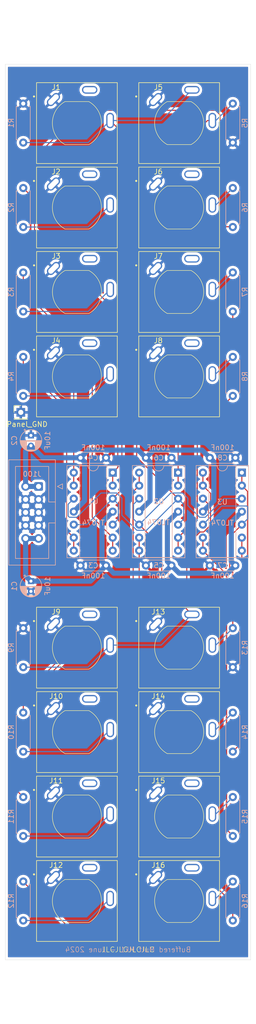
<source format=kicad_pcb>
(kicad_pcb (version 20240108) (generator "pcbnew") (generator_version "8.0")
  (title_block (title "Buffered Mult PCB") (date "2024-05-29") (rev "1") (company "DMH"))
  (layers (0 "F.Cu" signal) (31 "B.Cu" signal) (34 "B.Paste" user) (35 "F.Paste" user) (36 "B.SilkS" user "B.Silkscreen") (37 "F.SilkS" user "F.Silkscreen") (38 "B.Mask" user) (39 "F.Mask" user) (44 "Edge.Cuts" user))
  (net 0 "")
  (net 1 "+12V")
  (net 2 "GND")
  (net 3 "-12V")
  (net 4 "Net-(U1A-+)")
  (net 6 "Net-(J2-PadT)")
  (net 7 "Net-(J3-PadT)")
  (net 9 "Net-(J4-PadT)")
  (net 11 "Net-(U1D-+)")
  (net 12 "Net-(J6-PadT)")
  (net 14 "Net-(J7-PadT)")
  (net 17 "Net-(J8-PadT)")
  (net 18 "Net-(U2C-+)")
  (net 20 "Net-(J10-PadT)")
  (net 21 "Net-(J11-PadT)")
  (net 23 "Net-(J12-PadT)")
  (net 25 "Net-(U3B-+)")
  (net 27 "Net-(J14-PadT)")
  (net 29 "Net-(J15-PadT)")
  (net 30 "Net-(J16-PadT)")
  (net 32 "Net-(U1A--)")
  (net 33 "Net-(U1B--)")
  (net 34 "Net-(U1C--)")
  (net 35 "Net-(U1D--)")
  (net 36 "Net-(U2A--)")
  (net 37 "Net-(U2B--)")
  (net 38 "Net-(U2C--)")
  (net 39 "Net-(U2D--)")
  (net 40 "Net-(U3A--)")
  (net 41 "Net-(U3B--)")
  (net 42 "Net-(U3C--)")
  (net 43 "Net-(U3D--)")
  (footprint "SynthStuff:CUI_MJ-63052A" (layer "F.Cu") (at 40 184.5)
    (property "Reference" "J11" (at -4.075 -7 0) (layer "F.SilkS"))
    (property "Value" "TS_Jack_6.35mm_Sw")
    (pad "S" thru_hole oval (at -4.59619 -4.59619 315) (size 1.508 3.016) (drill oval 1 2.5) (layers "*.Cu" "*.Mask") (net 2 "GND"))
    (pad "T" thru_hole oval (at 6.5 -0.5) (size 1.508 3.016) (drill oval 1 2.5) (layers "*.Cu" "*.Mask") (net 21 "Net-(J11-PadT)"))
    (pad "TN" thru_hole oval (at 2.5 -6.5) (size 3.016 1.508) (drill oval 2.5 1) (layers "*.Cu" "*.Mask"))
  )
  (footprint "SynthStuff:CUI_MJ-63052A" (layer "F.Cu") (at 60 168)
    (property "Reference" "J14" (at -4.075 -7 0) (layer "F.SilkS"))
    (property "Value" "TS_Jack_6.35mm_Sw")
    (pad "S" thru_hole oval (at -4.59619 -4.59619 315) (size 1.508 3.016) (drill oval 1 2.5) (layers "*.Cu" "*.Mask") (net 2 "GND"))
    (pad "T" thru_hole oval (at 6.5 -0.5) (size 1.508 3.016) (drill oval 1 2.5) (layers "*.Cu" "*.Mask") (net 27 "Net-(J14-PadT)"))
    (pad "TN" thru_hole oval (at 2.5 -6.5) (size 3.016 1.508) (drill oval 2.5 1) (layers "*.Cu" "*.Mask"))
  )
  (footprint "SynthStuff:CUI_MJ-63052A" (layer "F.Cu") (at 60 82)
    (property "Reference" "J7" (at -4.075 -7 0) (layer "F.SilkS"))
    (property "Value" "TS_Jack_6.35mm_Sw")
    (pad "S" thru_hole oval (at -4.59619 -4.59619 315) (size 1.508 3.016) (drill oval 1 2.5) (layers "*.Cu" "*.Mask") (net 2 "GND"))
    (pad "T" thru_hole oval (at 6.5 -0.5) (size 1.508 3.016) (drill oval 1 2.5) (layers "*.Cu" "*.Mask") (net 14 "Net-(J7-PadT)"))
    (pad "TN" thru_hole oval (at 2.5 -6.5) (size 3.016 1.508) (drill oval 2.5 1) (layers "*.Cu" "*.Mask"))
  )
  (footprint "SynthStuff:CUI_MJ-63052A" (layer "F.Cu") (at 60 98.5)
    (property "Reference" "J8" (at -4.075 -7 0) (layer "F.SilkS"))
    (property "Value" "TS_Jack_6.35mm_Sw")
    (pad "S" thru_hole oval (at -4.59619 -4.59619 315) (size 1.508 3.016) (drill oval 1 2.5) (layers "*.Cu" "*.Mask") (net 2 "GND"))
    (pad "T" thru_hole oval (at 6.5 -0.5) (size 1.508 3.016) (drill oval 1 2.5) (layers "*.Cu" "*.Mask") (net 17 "Net-(J8-PadT)"))
    (pad "TN" thru_hole oval (at 2.5 -6.5) (size 3.016 1.508) (drill oval 2.5 1) (layers "*.Cu" "*.Mask"))
  )
  (footprint "SynthStuff:CUI_MJ-63052A" (layer "F.Cu") (at 60 184.5)
    (property "Reference" "J15" (at -4.075 -7 0) (layer "F.SilkS"))
    (property "Value" "TS_Jack_6.35mm_Sw")
    (pad "S" thru_hole oval (at -4.59619 -4.59619 315) (size 1.508 3.016) (drill oval 1 2.5) (layers "*.Cu" "*.Mask") (net 2 "GND"))
    (pad "T" thru_hole oval (at 6.5 -0.5) (size 1.508 3.016) (drill oval 1 2.5) (layers "*.Cu" "*.Mask") (net 29 "Net-(J15-PadT)"))
    (pad "TN" thru_hole oval (at 2.5 -6.5) (size 3.016 1.508) (drill oval 2.5 1) (layers "*.Cu" "*.Mask"))
  )
  (footprint "SynthStuff:CUI_MJ-63052A" (layer "F.Cu") (at 60 49)
    (property "Reference" "J5" (at -4.075 -7 0) (layer "F.SilkS"))
    (property "Value" "TS_Jack_6.35mm_Sw")
    (pad "S" thru_hole oval (at -4.59619 -4.59619 315) (size 1.508 3.016) (drill oval 1 2.5) (layers "*.Cu" "*.Mask") (net 2 "GND"))
    (pad "T" thru_hole oval (at 6.5 -0.5) (size 1.508 3.016) (drill oval 1 2.5) (layers "*.Cu" "*.Mask") (net 11 "Net-(U1D-+)"))
    (pad "TN" thru_hole oval (at 2.5 -6.5) (size 3.016 1.508) (drill oval 2.5 1) (layers "*.Cu" "*.Mask") (net 4 "Net-(U1A-+)"))
  )
  (footprint "SynthStuff:CUI_MJ-63052A" (layer "F.Cu") (at 60 65.5)
    (property "Reference" "J6" (at -4.075 -7 0) (layer "F.SilkS"))
    (property "Value" "TS_Jack_6.35mm_Sw")
    (pad "S" thru_hole oval (at -4.59619 -4.59619 315) (size 1.508 3.016) (drill oval 1 2.5) (layers "*.Cu" "*.Mask") (net 2 "GND"))
    (pad "T" thru_hole oval (at 6.5 -0.5) (size 1.508 3.016) (drill oval 1 2.5) (layers "*.Cu" "*.Mask") (net 12 "Net-(J6-PadT)"))
    (pad "TN" thru_hole oval (at 2.5 -6.5) (size 3.016 1.508) (drill oval 2.5 1) (layers "*.Cu" "*.Mask"))
  )
  (footprint "SynthStuff:CUI_MJ-63052A" (layer "F.Cu") (at 40 65.5)
    (property "Reference" "J2" (at -4.075 -7 0) (layer "F.SilkS"))
    (property "Value" "TS_Jack_6.35mm_Sw")
    (pad "S" thru_hole oval (at -4.59619 -4.59619 315) (size 1.508 3.016) (drill oval 1 2.5) (layers "*.Cu" "*.Mask") (net 2 "GND"))
    (pad "T" thru_hole oval (at 6.5 -0.5) (size 1.508 3.016) (drill oval 1 2.5) (layers "*.Cu" "*.Mask") (net 6 "Net-(J2-PadT)"))
    (pad "TN" thru_hole oval (at 2.5 -6.5) (size 3.016 1.508) (drill oval 2.5 1) (layers "*.Cu" "*.Mask"))
  )
  (footprint "SynthStuff:CUI_MJ-63052A" (layer "F.Cu") (at 40 98.5)
    (property "Reference" "J4" (at -4.075 -7 0) (layer "F.SilkS"))
    (property "Value" "TS_Jack_6.35mm_Sw")
    (pad "S" thru_hole oval (at -4.59619 -4.59619 315) (size 1.508 3.016) (drill oval 1 2.5) (layers "*.Cu" "*.Mask") (net 2 "GND"))
    (pad "T" thru_hole oval (at 6.5 -0.5) (size 1.508 3.016) (drill oval 1 2.5) (layers "*.Cu" "*.Mask") (net 9 "Net-(J4-PadT)"))
    (pad "TN" thru_hole oval (at 2.5 -6.5) (size 3.016 1.508) (drill oval 2.5 1) (layers "*.Cu" "*.Mask"))
  )
  (footprint "SynthStuff:CUI_MJ-63052A" (layer "F.Cu") (at 40.0125 82)
    (property "Reference" "J3" (at -4.075 -7 0) (layer "F.SilkS"))
    (property "Value" "TS_Jack_6.35mm_Sw")
    (pad "S" thru_hole oval (at -4.59619 -4.59619 315) (size 1.508 3.016) (drill oval 1 2.5) (layers "*.Cu" "*.Mask") (net 2 "GND"))
    (pad "T" thru_hole oval (at 6.5 -0.5) (size 1.508 3.016) (drill oval 1 2.5) (layers "*.Cu" "*.Mask") (net 7 "Net-(J3-PadT)"))
    (pad "TN" thru_hole oval (at 2.5 -6.5) (size 3.016 1.508) (drill oval 2.5 1) (layers "*.Cu" "*.Mask"))
  )
  (footprint "SynthStuff:CUI_MJ-63052A" (layer "F.Cu") (at 60 151.5)
    (property "Reference" "J13" (at -4.075 -7 0) (layer "F.SilkS"))
    (property "Value" "TS_Jack_6.35mm_Sw")
    (pad "S" thru_hole oval (at -4.59619 -4.59619 315) (size 1.508 3.016) (drill oval 1 2.5) (layers "*.Cu" "*.Mask") (net 2 "GND"))
    (pad "T" thru_hole oval (at 6.5 -0.5) (size 1.508 3.016) (drill oval 1 2.5) (layers "*.Cu" "*.Mask") (net 25 "Net-(U3B-+)"))
    (pad "TN" thru_hole oval (at 2.5 -6.5) (size 3.016 1.508) (drill oval 2.5 1) (layers "*.Cu" "*.Mask") (net 18 "Net-(U2C-+)"))
  )
  (footprint "Connector_PinHeader_2.54mm:PinHeader_1x01_P2.54mm_Vertical" (layer "F.Cu") (at 29.022826 105.522826)
    (property "Reference" "J17" (hide yes))
    (property "Value" "Panel_GND" (at 1.227174 2.33 0) (layer "F.SilkS"))
    (pad "1" thru_hole rect (at 0 0) (size 1.7 1.7) (drill 1) (layers "*.Cu" "*.Mask") (net 2 "GND"))
  )
  (footprint "SynthStuff:CUI_MJ-63052A" (layer "F.Cu") (at 60 201)
    (property "Reference" "J16" (at -4.075 -7 0) (layer "F.SilkS"))
    (property "Value" "TS_Jack_6.35mm_Sw")
    (pad "S" thru_hole oval (at -4.59619 -4.59619 315) (size 1.508 3.016) (drill oval 1 2.5) (layers "*.Cu" "*.Mask") (net 2 "GND"))
    (pad "T" thru_hole oval (at 6.5 -0.5) (size 1.508 3.016) (drill oval 1 2.5) (layers "*.Cu" "*.Mask") (net 30 "Net-(J16-PadT)"))
    (pad "TN" thru_hole oval (at 2.5 -6.5) (size 3.016 1.508) (drill oval 2.5 1) (layers "*.Cu" "*.Mask"))
  )
  (footprint "SynthStuff:CUI_MJ-63052A" (layer "F.Cu") (at 40.0125 168)
    (property "Reference" "J10" (at -4.075 -7 0) (layer "F.SilkS"))
    (property "Value" "TS_Jack_6.35mm_Sw")
    (pad "S" thru_hole oval (at -4.59619 -4.59619 315) (size 1.508 3.016) (drill oval 1 2.5) (layers "*.Cu" "*.Mask") (net 2 "GND"))
    (pad "T" thru_hole oval (at 6.5 -0.5) (size 1.508 3.016) (drill oval 1 2.5) (layers "*.Cu" "*.Mask") (net 20 "Net-(J10-PadT)"))
    (pad "TN" thru_hole oval (at 2.5 -6.5) (size 3.016 1.508) (drill oval 2.5 1) (layers "*.Cu" "*.Mask"))
  )
  (footprint "SynthStuff:CUI_MJ-63052A" (layer "F.Cu") (at 40 151.5)
    (property "Reference" "J9" (at -4.075 -7 0) (layer "F.SilkS"))
    (property "Value" "TS_Jack_6.35mm_Sw")
    (pad "S" thru_hole oval (at -4.59619 -4.59619 315) (size 1.508 3.016) (drill oval 1 2.5) (layers "*.Cu" "*.Mask") (net 2 "GND"))
    (pad "T" thru_hole oval (at 6.5 -0.5) (size 1.508 3.016) (drill oval 1 2.5) (layers "*.Cu" "*.Mask") (net 18 "Net-(U2C-+)"))
    (pad "TN" thru_hole oval (at 2.5 -6.5) (size 3.016 1.508) (drill oval 2.5 1) (layers "*.Cu" "*.Mask"))
  )
  (footprint "SynthStuff:CUI_MJ-63052A" (layer "F.Cu") (at 40 201)
    (property "Reference" "J12" (at -4.075 -7 0) (layer "F.SilkS"))
    (property "Value" "TS_Jack_6.35mm_Sw")
    (pad "S" thru_hole oval (at -4.59619 -4.59619 315) (size 1.508 3.016) (drill oval 1 2.5) (layers "*.Cu" "*.Mask") (net 2 "GND"))
    (pad "T" thru_hole oval (at 6.5 -0.5) (size 1.508 3.016) (drill oval 1 2.5) (layers "*.Cu" "*.Mask") (net 23 "Net-(J12-PadT)"))
    (pad "TN" thru_hole oval (at 2.5 -6.5) (size 3.016 1.508) (drill oval 2.5 1) (layers "*.Cu" "*.Mask"))
  )
  (footprint "SynthStuff:CUI_MJ-63052A" (layer "F.Cu") (at 40 49)
    (property "Reference" "J1" (at -4.075 -7 0) (layer "F.SilkS"))
    (property "Value" "TS_Jack_6.35mm_Sw")
    (pad "S" thru_hole oval (at -4.59619 -4.59619 315) (size 1.508 3.016) (drill oval 1 2.5) (layers "*.Cu" "*.Mask") (net 2 "GND"))
    (pad "T" thru_hole oval (at 6.5 -0.5) (size 1.508 3.016) (drill oval 1 2.5) (layers "*.Cu" "*.Mask") (net 4 "Net-(U1A-+)"))
    (pad "TN" thru_hole oval (at 2.5 -6.5) (size 3.016 1.508) (drill oval 2.5 1) (layers "*.Cu" "*.Mask"))
  )
  (footprint "Resistor_THT:R_Axial_DIN0207_L6.3mm_D2.5mm_P7.62mm_Horizontal" (layer "B.Cu") (at 29.5 164.19 -90)
    (property "Reference" "R10" (at 3.81 2.37 -90) (layer "B.SilkS") (effects (justify mirror)))
    (property "Value" "100")
    (pad "1" thru_hole circle (at 0 0 270) (size 1.6 1.6) (drill 0.8) (layers "*.Cu" "*.Mask") (net 38 "Net-(U2C--)"))
    (pad "2" thru_hole oval (at 7.62 0 270) (size 1.6 1.6) (drill 0.8) (layers "*.Cu" "*.Mask") (net 20 "Net-(J10-PadT)"))
  )
  (footprint "Resistor_THT:R_Axial_DIN0207_L6.3mm_D2.5mm_P7.62mm_Horizontal" (layer "B.Cu") (at 29.5 61.69 -90)
    (property "Reference" "R2" (at 3.81 2.37 -90) (layer "B.SilkS") (effects (justify mirror)))
    (property "Value" "100")
    (pad "1" thru_hole circle (at 0 0 270) (size 1.6 1.6) (drill 0.8) (layers "*.Cu" "*.Mask") (net 32 "Net-(U1A--)"))
    (pad "2" thru_hole oval (at 7.62 0 270) (size 1.6 1.6) (drill 0.8) (layers "*.Cu" "*.Mask") (net 6 "Net-(J2-PadT)"))
  )
  (footprint "Capacitor_THT:C_Disc_D4.3mm_W1.9mm_P5.00mm" (layer "B.Cu") (at 58.5 135.45 180)
    (property "Reference" "C5" (at 2.5 0 180) (layer "B.SilkS") (effects (justify mirror)))
    (property "Value" "100nF" (at 2.5 -2 180) (layer "B.SilkS") (effects (justify mirror)))
    (pad "1" thru_hole circle (at 0 0 180) (size 1.6 1.6) (drill 0.8) (layers "*.Cu" "*.Mask") (net 1 "+12V"))
    (pad "2" thru_hole circle (at 5 0 180) (size 1.6 1.6) (drill 0.8) (layers "*.Cu" "*.Mask") (net 2 "GND"))
  )
  (footprint "SynthStuff:IDC-Header_2x05_P2.54mm_Vertical_Eurorack" (layer "B.Cu") (at 32.5 120 180)
    (property "Reference" "J100" (at 1.27 2.42 180) (layer "B.SilkS") (effects (justify mirror)))
    (property "Value" "IDC_02x05" (hide yes))
    (pad "1a" thru_hole roundrect (at 0 0 180) (size 1.7 1.7) (drill 1) (layers "*.Cu" "*.Mask") (roundrect_rratio 0.147059) (net 3 "-12V"))
    (pad "1b" thru_hole circle (at 2.54 0 180) (size 1.7 1.7) (drill 1) (layers "*.Cu" "*.Mask") (net 3 "-12V"))
    (pad "2a" thru_hole circle (at 0 -2.54 180) (size 1.7 1.7) (drill 1) (layers "*.Cu" "*.Mask") (net 2 "GND"))
    (pad "2b" thru_hole circle (at 2.54 -2.54 180) (size 1.7 1.7) (drill 1) (layers "*.Cu" "*.Mask") (net 2 "GND"))
    (pad "3a" thru_hole circle (at 0 -5.08 180) (size 1.7 1.7) (drill 1) (layers "*.Cu" "*.Mask") (net 2 "GND"))
    (pad "3b" thru_hole circle (at 2.54 -5.08 180) (size 1.7 1.7) (drill 1) (layers "*.Cu" "*.Mask") (net 2 "GND"))
    (pad "4a" thru_hole circle (at 0 -7.62 180) (size 1.7 1.7) (drill 1) (layers "*.Cu" "*.Mask") (net 2 "GND"))
    (pad "4b" thru_hole circle (at 2.54 -7.62 180) (size 1.7 1.7) (drill 1) (layers "*.Cu" "*.Mask") (net 2 "GND"))
    (pad "5a" thru_hole circle (at 0 -10.16 180) (size 1.7 1.7) (drill 1) (layers "*.Cu" "*.Mask") (net 1 "+12V"))
    (pad "5b" thru_hole circle (at 2.54 -10.16 180) (size 1.7 1.7) (drill 1) (layers "*.Cu" "*.Mask") (net 1 "+12V"))
  )
  (footprint "Resistor_THT:R_Axial_DIN0207_L6.3mm_D2.5mm_P7.62mm_Horizontal" (layer "B.Cu") (at 70.5 155.31 90)
    (property "Reference" "R13" (at 3.81 2.37 90) (layer "B.SilkS") (effects (justify mirror)))
    (property "Value" "10M")
    (pad "1" thru_hole circle (at 0 0 90) (size 1.6 1.6) (drill 0.8) (layers "*.Cu" "*.Mask") (net 2 "GND"))
    (pad "2" thru_hole oval (at 7.62 0 90) (size 1.6 1.6) (drill 0.8) (layers "*.Cu" "*.Mask") (net 25 "Net-(U3B-+)"))
  )
  (footprint "Resistor_THT:R_Axial_DIN0207_L6.3mm_D2.5mm_P7.62mm_Horizontal" (layer "B.Cu") (at 70.5 85.81 90)
    (property "Reference" "R7" (at 3.81 2.37 90) (layer "B.SilkS") (effects (justify mirror)))
    (property "Value" "100")
    (pad "1" thru_hole circle (at 0 0 90) (size 1.6 1.6) (drill 0.8) (layers "*.Cu" "*.Mask") (net 36 "Net-(U2A--)"))
    (pad "2" thru_hole oval (at 7.62 0 90) (size 1.6 1.6) (drill 0.8) (layers "*.Cu" "*.Mask") (net 14 "Net-(J7-PadT)"))
  )
  (footprint "Resistor_THT:R_Axial_DIN0207_L6.3mm_D2.5mm_P7.62mm_Horizontal" (layer "B.Cu") (at 70.5 171.81 90)
    (property "Reference" "R14" (at 3.81 2.37 90) (layer "B.SilkS") (effects (justify mirror)))
    (property "Value" "100")
    (pad "1" thru_hole circle (at 0 0 90) (size 1.6 1.6) (drill 0.8) (layers "*.Cu" "*.Mask") (net 41 "Net-(U3B--)"))
    (pad "2" thru_hole oval (at 7.62 0 90) (size 1.6 1.6) (drill 0.8) (layers "*.Cu" "*.Mask") (net 27 "Net-(J14-PadT)"))
  )
  (footprint "Package_DIP:DIP-14_W7.62mm_Socket" (layer "B.Cu") (at 59.8 117.3 180)
    (property "Reference" "U2" (at 3.75 -5.625 180) (layer "B.SilkS") (effects (justify mirror)))
    (property "Value" "TL074" (at 3.85 -9.725 180) (layer "B.SilkS") (effects (justify mirror)))
    (pad "1" thru_hole rect (at 0 0 180) (size 1.6 1.6) (drill 0.8) (layers "*.Cu" "*.Mask") (net 36 "Net-(U2A--)"))
    (pad "2" thru_hole oval (at 0 -2.54 180) (size 1.6 1.6) (drill 0.8) (layers "*.Cu" "*.Mask") (net 36 "Net-(U2A--)"))
    (pad "3" thru_hole oval (at 0 -5.08 180) (size 1.6 1.6) (drill 0.8) (layers "*.Cu" "*.Mask") (net 11 "Net-(U1D-+)"))
    (pad "4" thru_hole oval (at 0 -7.62 180) (size 1.6 1.6) (drill 0.8) (layers "*.Cu" "*.Mask") (net 1 "+12V"))
    (pad "5" thru_hole oval (at 0 -10.16 180) (size 1.6 1.6) (drill 0.8) (layers "*.Cu" "*.Mask") (net 11 "Net-(U1D-+)"))
    (pad "6" thru_hole oval (at 0 -12.7 180) (size 1.6 1.6) (drill 0.8) (layers "*.Cu" "*.Mask") (net 37 "Net-(U2B--)"))
    (pad "7" thru_hole oval (at 0 -15.24 180) (size 1.6 1.6) (drill 0.8) (layers "*.Cu" "*.Mask") (net 37 "Net-(U2B--)"))
    (pad "8" thru_hole oval (at 7.62 -15.24 180) (size 1.6 1.6) (drill 0.8) (layers "*.Cu" "*.Mask") (net 38 "Net-(U2C--)"))
    (pad "9" thru_hole oval (at 7.62 -12.7 180) (size 1.6 1.6) (drill 0.8) (layers "*.Cu" "*.Mask") (net 38 "Net-(U2C--)"))
    (pad "10" thru_hole oval (at 7.62 -10.16 180) (size 1.6 1.6) (drill 0.8) (layers "*.Cu" "*.Mask") (net 18 "Net-(U2C-+)"))
    (pad "11" thru_hole oval (at 7.62 -7.62 180) (size 1.6 1.6) (drill 0.8) (layers "*.Cu" "*.Mask") (net 3 "-12V"))
    (pad "12" thru_hole oval (at 7.62 -5.08 180) (size 1.6 1.6) (drill 0.8) (layers "*.Cu" "*.Mask") (net 18 "Net-(U2C-+)"))
    (pad "13" thru_hole oval (at 7.62 -2.54 180) (size 1.6 1.6) (drill 0.8) (layers "*.Cu" "*.Mask") (net 39 "Net-(U2D--)"))
    (pad "14" thru_hole oval (at 7.62 0 180) (size 1.6 1.6) (drill 0.8) (layers "*.Cu" "*.Mask") (net 39 "Net-(U2D--)"))
  )
  (footprint "Resistor_THT:R_Axial_DIN0207_L6.3mm_D2.5mm_P7.62mm_Horizontal" (layer "B.Cu") (at 29.5 94.69 -90)
    (property "Reference" "R4" (at 3.81 2.37 -90) (layer "B.SilkS") (effects (justify mirror)))
    (property "Value" "100")
    (pad "1" thru_hole circle (at 0 0 270) (size 1.6 1.6) (drill 0.8) (layers "*.Cu" "*.Mask") (net 34 "Net-(U1C--)"))
    (pad "2" thru_hole oval (at 7.62 0 270) (size 1.6 1.6) (drill 0.8) (layers "*.Cu" "*.Mask") (net 9 "Net-(J4-PadT)"))
  )
  (footprint "Resistor_THT:R_Axial_DIN0207_L6.3mm_D2.5mm_P7.62mm_Horizontal" (layer "B.Cu") (at 29.5 197.19 -90)
    (property "Reference" "R12" (at 3.81 2.37 -90) (layer "B.SilkS") (effects (justify mirror)))
    (property "Value" "100")
    (pad "1" thru_hole circle (at 0 0 270) (size 1.6 1.6) (drill 0.8) (layers "*.Cu" "*.Mask") (net 40 "Net-(U3A--)"))
    (pad "2" thru_hole oval (at 7.62 0 270) (size 1.6 1.6) (drill 0.8) (layers "*.Cu" "*.Mask") (net 23 "Net-(J12-PadT)"))
  )
  (footprint "Resistor_THT:R_Axial_DIN0207_L6.3mm_D2.5mm_P7.62mm_Horizontal" (layer "B.Cu") (at 29.5 45.19 -90)
    (property "Reference" "R1" (at 3.81 2.37 -90) (layer "B.SilkS") (effects (justify mirror)))
    (property "Value" "10M")
    (pad "1" thru_hole circle (at 0 0 270) (size 1.6 1.6) (drill 0.8) (layers "*.Cu" "*.Mask") (net 2 "GND"))
    (pad "2" thru_hole oval (at 7.62 0 270) (size 1.6 1.6) (drill 0.8) (layers "*.Cu" "*.Mask") (net 4 "Net-(U1A-+)"))
  )
  (footprint "Capacitor_THT:C_Disc_D4.3mm_W1.9mm_P5.00mm" (layer "B.Cu") (at 45.7 114.4 180)
    (property "Reference" "C4" (at 2.5 0 180) (layer "B.SilkS") (effects (justify mirror)))
    (property "Value" "100nF" (at 2.5 2 180) (layer "B.SilkS") (effects (justify mirror)))
    (pad "1" thru_hole circle (at 0 0 180) (size 1.6 1.6) (drill 0.8) (layers "*.Cu" "*.Mask") (net 2 "GND"))
    (pad "2" thru_hole circle (at 5 0 180) (size 1.6 1.6) (drill 0.8) (layers "*.Cu" "*.Mask") (net 3 "-12V"))
  )
  (footprint "Resistor_THT:R_Axial_DIN0207_L6.3mm_D2.5mm_P7.62mm_Horizontal" (layer "B.Cu") (at 70.5 52.81 90)
    (property "Reference" "R5" (at 3.81 2.37 90) (layer "B.SilkS") (effects (justify mirror)))
    (property "Value" "10M")
    (pad "1" thru_hole circle (at 0 0 90) (size 1.6 1.6) (drill 0.8) (layers "*.Cu" "*.Mask") (net 2 "GND"))
    (pad "2" thru_hole oval (at 7.62 0 90) (size 1.6 1.6) (drill 0.8) (layers "*.Cu" "*.Mask") (net 11 "Net-(U1D-+)"))
  )
  (footprint "Resistor_THT:R_Axial_DIN0207_L6.3mm_D2.5mm_P7.62mm_Horizontal" (layer "B.Cu") (at 29.5 147.69 -90)
    (property "Reference" "R9" (at 3.81 2.37 -90) (layer "B.SilkS") (effects (justify mirror)))
    (property "Value" "10M")
    (pad "1" thru_hole circle (at 0 0 270) (size 1.6 1.6) (drill 0.8) (layers "*.Cu" "*.Mask") (net 2 "GND"))
    (pad "2" thru_hole oval (at 7.62 0 270) (size 1.6 1.6) (drill 0.8) (layers "*.Cu" "*.Mask") (net 18 "Net-(U2C-+)"))
  )
  (footprint "Resistor_THT:R_Axial_DIN0207_L6.3mm_D2.5mm_P7.62mm_Horizontal" (layer "B.Cu") (at 70.5 69.31 90)
    (property "Reference" "R6" (at 3.81 2.37 90) (layer "B.SilkS") (effects (justify mirror)))
    (property "Value" "100")
    (pad "1" thru_hole circle (at 0 0 90) (size 1.6 1.6) (drill 0.8) (layers "*.Cu" "*.Mask") (net 35 "Net-(U1D--)"))
    (pad "2" thru_hole oval (at 7.62 0 90) (size 1.6 1.6) (drill 0.8) (layers "*.Cu" "*.Mask") (net 12 "Net-(J6-PadT)"))
  )
  (footprint "Capacitor_THT:C_Disc_D4.3mm_W1.9mm_P5.00mm" (layer "B.Cu") (at 71 114.4 180)
    (property "Reference" "C8" (at 2.5 0 180) (layer "B.SilkS") (effects (justify mirror)))
    (property "Value" "100nF" (at 2.5 2 180) (layer "B.SilkS") (effects (justify mirror)))
    (pad "1" thru_hole circle (at 0 0 180) (size 1.6 1.6) (drill 0.8) (layers "*.Cu" "*.Mask") (net 2 "GND"))
    (pad "2" thru_hole circle (at 5 0 180) (size 1.6 1.6) (drill 0.8) (layers "*.Cu" "*.Mask") (net 3 "-12V"))
  )
  (footprint "Capacitor_THT:C_Disc_D4.3mm_W1.9mm_P5.00mm" (layer "B.Cu") (at 58.5 114.4 180)
    (property "Reference" "C6" (at 2.5 0 180) (layer "B.SilkS") (effects (justify mirror)))
    (property "Value" "100nF" (at 2.5 2 180) (layer "B.SilkS") (effects (justify mirror)))
    (pad "1" thru_hole circle (at 0 0 180) (size 1.6 1.6) (drill 0.8) (layers "*.Cu" "*.Mask") (net 2 "GND"))
    (pad "2" thru_hole circle (at 5 0 180) (size 1.6 1.6) (drill 0.8) (layers "*.Cu" "*.Mask") (net 3 "-12V"))
  )
  (footprint "Package_DIP:DIP-14_W7.62mm_Socket" (layer "B.Cu") (at 72.27 117.3 180)
    (property "Reference" "U3" (at 3.81 -5.725 180) (layer "B.SilkS") (effects (justify mirror)))
    (property "Value" "TL074" (at 3.81 -9.825 180) (layer "B.SilkS") (effects (justify mirror)))
    (pad "1" thru_hole rect (at 0 0 180) (size 1.6 1.6) (drill 0.8) (layers "*.Cu" "*.Mask") (net 40 "Net-(U3A--)"))
    (pad "2" thru_hole oval (at 0 -2.54 180) (size 1.6 1.6) (drill 0.8) (layers "*.Cu" "*.Mask") (net 40 "Net-(U3A--)"))
    (pad "3" thru_hole oval (at 0 -5.08 180) (size 1.6 1.6) (drill 0.8) (layers "*.Cu" "*.Mask") (net 18 "Net-(U2C-+)"))
    (pad "4" thru_hole oval (at 0 -7.62 180) (size 1.6 1.6) (drill 0.8) (layers "*.Cu" "*.Mask") (net 1 "+12V"))
    (pad "5" thru_hole oval (at 0 -10.16 180) (size 1.6 1.6) (drill 0.8) (layers "*.Cu" "*.Mask") (net 25 "Net-(U3B-+)"))
    (pad "6" thru_hole oval (at 0 -12.7 180) (size 1.6 1.6) (drill 0.8) (layers "*.Cu" "*.Mask") (net 41 "Net-(U3B--)"))
    (pad "7" thru_hole oval (at 0 -15.24 180) (size 1.6 1.6) (drill 0.8) (layers "*.Cu" "*.Mask") (net 41 "Net-(U3B--)"))
    (pad "8" thru_hole oval (at 7.62 -15.24 180) (size 1.6 1.6) (drill 0.8) (layers "*.Cu" "*.Mask") (net 42 "Net-(U3C--)"))
    (pad "9" thru_hole oval (at 7.62 -12.7 180) (size 1.6 1.6) (drill 0.8) (layers "*.Cu" "*.Mask") (net 42 "Net-(U3C--)"))
    (pad "10" thru_hole oval (at 7.62 -10.16 180) (size 1.6 1.6) (drill 0.8) (layers "*.Cu" "*.Mask") (net 25 "Net-(U3B-+)"))
    (pad "11" thru_hole oval (at 7.62 -7.62 180) (size 1.6 1.6) (drill 0.8) (layers "*.Cu" "*.Mask") (net 3 "-12V"))
    (pad "12" thru_hole oval (at 7.62 -5.08 180) (size 1.6 1.6) (drill 0.8) (layers "*.Cu" "*.Mask") (net 25 "Net-(U3B-+)"))
    (pad "13" thru_hole oval (at 7.62 -2.54 180) (size 1.6 1.6) (drill 0.8) (layers "*.Cu" "*.Mask") (net 43 "Net-(U3D--)"))
    (pad "14" thru_hole oval (at 7.62 0 180) (size 1.6 1.6) (drill 0.8) (layers "*.Cu" "*.Mask") (net 43 "Net-(U3D--)"))
  )
  (footprint "Resistor_THT:R_Axial_DIN0207_L6.3mm_D2.5mm_P7.62mm_Horizontal" (layer "B.Cu") (at 29.5 78.19 -90)
    (property "Reference" "R3" (at 3.81 2.37 -90) (layer "B.SilkS") (effects (justify mirror)))
    (property "Value" "100")
    (pad "1" thru_hole circle (at 0 0 270) (size 1.6 1.6) (drill 0.8) (layers "*.Cu" "*.Mask") (net 33 "Net-(U1B--)"))
    (pad "2" thru_hole oval (at 7.62 0 270) (size 1.6 1.6) (drill 0.8) (layers "*.Cu" "*.Mask") (net 7 "Net-(J3-PadT)"))
  )
  (footprint "Resistor_THT:R_Axial_DIN0207_L6.3mm_D2.5mm_P7.62mm_Horizontal" (layer "B.Cu") (at 29.5 180.69 -90)
    (property "Reference" "R11" (at 3.81 2.37 -90) (layer "B.SilkS") (effects (justify mirror)))
    (property "Value" "100")
    (pad "1" thru_hole circle (at 0 0 270) (size 1.6 1.6) (drill 0.8) (layers "*.Cu" "*.Mask") (net 39 "Net-(U2D--)"))
    (pad "2" thru_hole oval (at 7.62 0 270) (size 1.6 1.6) (drill 0.8) (layers "*.Cu" "*.Mask") (net 21 "Net-(J11-PadT)"))
  )
  (footprint "Resistor_THT:R_Axial_DIN0207_L6.3mm_D2.5mm_P7.62mm_Horizontal" (layer "B.Cu") (at 70.5 204.81 90)
    (property "Reference" "R16" (at 3.81 2.37 90) (layer "B.SilkS") (effects (justify mirror)))
    (property "Value" "100")
    (pad "1" thru_hole circle (at 0 0 90) (size 1.6 1.6) (drill 0.8) (layers "*.Cu" "*.Mask") (net 43 "Net-(U3D--)"))
    (pad "2" thru_hole oval (at 7.62 0 90) (size 1.6 1.6) (drill 0.8) (layers "*.Cu" "*.Mask") (net 30 "Net-(J16-PadT)"))
  )
  (footprint "Capacitor_THT:CP_Radial_D4.0mm_P2.00mm" (layer "B.Cu") (at 31 110.027401 -90)
    (property "Reference" "C2" (at 1 3.25 90) (layer "B.SilkS") (effects (justify mirror)))
    (property "Value" "10uF" (at 1 -3.25 90) (layer "B.SilkS") (effects (justify mirror)))
    (pad "1" thru_hole rect (at 0 0 270) (size 1.2 1.2) (drill 0.6) (layers "*.Cu" "*.Mask") (net 2 "GND"))
    (pad "2" thru_hole circle (at 2 0 270) (size 1.2 1.2) (drill 0.6) (layers "*.Cu" "*.Mask") (net 3 "-12V"))
  )
  (footprint "Resistor_THT:R_Axial_DIN0207_L6.3mm_D2.5mm_P7.62mm_Horizontal" (layer "B.Cu") (at 70.5 102.31 90)
    (property "Reference" "R8" (at 3.81 2.37 90) (layer "B.SilkS") (effects (justify mirror)))
    (property "Value" "100")
    (pad "1" thru_hole circle (at 0 0 90) (size 1.6 1.6) (drill 0.8) (layers "*.Cu" "*.Mask") (net 37 "Net-(U2B--)"))
    (pad "2" thru_hole oval (at 7.62 0 90) (size 1.6 1.6) (drill 0.8) (layers "*.Cu" "*.Mask") (net 17 "Net-(J8-PadT)"))
  )
  (footprint "Capacitor_THT:CP_Radial_D4.0mm_P2.00mm" (layer "B.Cu") (at 31 138.5 -90)
    (property "Reference" "C1" (at 1 3.25 90) (layer "B.SilkS") (effects (justify mirror)))
    (property "Value" "10uF" (at 1 -3.25 90) (layer "B.SilkS") (effects (justify mirror)))
    (pad "1" thru_hole rect (at 0 0 270) (size 1.2 1.2) (drill 0.6) (layers "*.Cu" "*.Mask") (net 1 "+12V"))
    (pad "2" thru_hole circle (at 2 0 270) (size 1.2 1.2) (drill 0.6) (layers "*.Cu" "*.Mask") (net 2 "GND"))
  )
  (footprint "Resistor_THT:R_Axial_DIN0207_L6.3mm_D2.5mm_P7.62mm_Horizontal" (layer "B.Cu") (at 70.5 188.31 90)
    (property "Reference" "R15" (at 3.81 2.37 90) (layer "B.SilkS") (effects (justify mirror)))
    (property "Value" "100")
    (pad "1" thru_hole circle (at 0 0 90) (size 1.6 1.6) (drill 0.8) (layers "*.Cu" "*.Mask") (net 42 "Net-(U3C--)"))
    (pad "2" thru_hole oval (at 7.62 0 90) (size 1.6 1.6) (drill 0.8) (layers "*.Cu" "*.Mask") (net 29 "Net-(J15-PadT)"))
  )
  (footprint "Capacitor_THT:C_Disc_D4.3mm_W1.9mm_P5.00mm" (layer "B.Cu") (at 45.7 135.45 180)
    (property "Reference" "C3" (at 2.5 0 180) (layer "B.SilkS") (effects (justify mirror)))
    (property "Value" "100nF" (at 2.5 -2 180) (layer "B.SilkS") (effects (justify mirror)))
    (pad "1" thru_hole circle (at 0 0 180) (size 1.6 1.6) (drill 0.8) (layers "*.Cu" "*.Mask") (net 1 "+12V"))
    (pad "2" thru_hole circle (at 5 0 180) (size 1.6 1.6) (drill 0.8) (layers "*.Cu" "*.Mask") (net 2 "GND"))
  )
  (footprint "Capacitor_THT:C_Disc_D4.3mm_W1.9mm_P5.00mm" (layer "B.Cu") (at 71 135.45 180)
    (property "Reference" "C7" (at 2.5 0 180) (layer "B.SilkS") (effects (justify mirror)))
    (property "Value" "100nF" (at 2.5 -2 180) (layer "B.SilkS") (effects (justify mirror)))
    (pad "1" thru_hole circle (at 0 0 180) (size 1.6 1.6) (drill 0.8) (layers "*.Cu" "*.Mask") (net 1 "+12V"))
    (pad "2" thru_hole circle (at 5 0 180) (size 1.6 1.6) (drill 0.8) (layers "*.Cu" "*.Mask") (net 2 "GND"))
  )
  (footprint "Package_DIP:DIP-14_W7.62mm_Socket" (layer "B.Cu") (at 47 117.3 180)
    (property "Reference" "U1" (at 3.8 -5.6 180) (layer "B.SilkS") (effects (justify mirror)))
    (property "Value" "TL074" (at 3.81 -9.8 180) (layer "B.SilkS") (effects (justify mirror)))
    (pad "1" thru_hole rect (at 0 0 180) (size 1.6 1.6) (drill 0.8) (layers "*.Cu" "*.Mask") (net 32 "Net-(U1A--)"))
    (pad "2" thru_hole oval (at 0 -2.54 180) (size 1.6 1.6) (drill 0.8) (layers "*.Cu" "*.Mask") (net 32 "Net-(U1A--)"))
    (pad "3" thru_hole oval (at 0 -5.08 180) (size 1.6 1.6) (drill 0.8) (layers "*.Cu" "*.Mask") (net 4 "Net-(U1A-+)"))
    (pad "4" thru_hole oval (at 0 -7.62 180) (size 1.6 1.6) (drill 0.8) (layers "*.Cu" "*.Mask") (net 1 "+12V"))
    (pad "5" thru_hole oval (at 0 -10.16 180) (size 1.6 1.6) (drill 0.8) (layers "*.Cu" "*.Mask") (net 4 "Net-(U1A-+)"))
    (pad "6" thru_hole oval (at 0 -12.7 180) (size 1.6 1.6) (drill 0.8) (layers "*.Cu" "*.Mask") (net 33 "Net-(U1B--)"))
    (pad "7" thru_hole oval (at 0 -15.24 180) (size 1.6 1.6) (drill 0.8) (layers "*.Cu" "*.Mask") (net 33 "Net-(U1B--)"))
    (pad "8" thru_hole oval (at 7.62 -15.24 180) (size 1.6 1.6) (drill 0.8) (layers "*.Cu" "*.Mask") (net 34 "Net-(U1C--)"))
    (pad "9" thru_hole oval (at 7.62 -12.7 180) (size 1.6 1.6) (drill 0.8) (layers "*.Cu" "*.Mask") (net 34 "Net-(U1C--)"))
    (pad "10" thru_hole oval (at 7.62 -10.16 180) (size 1.6 1.6) (drill 0.8) (layers "*.Cu" "*.Mask") (net 4 "Net-(U1A-+)"))
    (pad "11" thru_hole oval (at 7.62 -7.62 180) (size 1.6 1.6) (drill 0.8) (layers "*.Cu" "*.Mask") (net 3 "-12V"))
    (pad "12" thru_hole oval (at 7.62 -5.08 180) (size 1.6 1.6) (drill 0.8) (layers "*.Cu" "*.Mask") (net 11 "Net-(U1D-+)"))
    (pad "13" thru_hole oval (at 7.62 -2.54 180) (size 1.6 1.6) (drill 0.8) (layers "*.Cu" "*.Mask") (net 35 "Net-(U1D--)"))
    (pad "14" thru_hole oval (at 7.62 0 180) (size 1.6 1.6) (drill 0.8) (layers "*.Cu" "*.Mask") (net 35 "Net-(U1D--)"))
  )
  (gr_rect (start 26 37.5) (end 74 212.5) (stroke (width 0.05)) (fill none) (layer "Edge.Cuts"))
  (gr_text "Buffered Mult Mk1 - June 2024" (at 50 210.5 0) (layer "B.SilkS") (effects (font (size 1 1) (thickness 0.1)) (justify mirror)))
  (gr_text "JLCJLCJLCJLC" (at 50 210.5 0) (layer "F.SilkS") (effects (font (size 1 1) (thickness 0.1))))
  (segment (start 44.900001 127.019999) (end 47 124.92) (width 1) (layer "B.Cu") (net 1))
  (segment (start 29.96 130.16) (end 29.96 137.46) (width 1) (layer "B.Cu") (net 1))
  (segment (start 45.7 135.45) (end 44.900001 134.650001) (width 1) (layer "B.Cu") (net 1))
  (segment (start 44.900001 134.650001) (end 44.900001 127.019999) (width 1) (layer "B.Cu") (net 1))
  (segment (start 72.27 124.92) (end 70.200001 126.989999) (width 1) (layer "B.Cu") (net 1))
  (segment (start 70.200001 134.650001) (end 71 135.45) (width 1) (layer "B.Cu") (net 1))
  (segment (start 57.700001 127.019999) (end 57.700001 134.650001) (width 1) (layer "B.Cu") (net 1))
  (segment (start 69.5 136.95) (end 71 135.45) (width 1) (layer "B.Cu") (net 1))
  (segment (start 57.700001 134.650001) (end 58.5 135.45) (width 1) (layer "B.Cu") (net 1))
  (segment (start 42.65 138.5) (end 45.7 135.45) (width 1) (layer "B.Cu") (net 1))
  (segment (start 31 138.5) (end 42.65 138.5) (width 1) (layer "B.Cu") (net 1))
  (segment (start 29.96 130.16) (end 32.5 130.16) (width 1) (layer "B.Cu") (net 1))
  (segment (start 70.200001 126.989999) (end 70.200001 134.650001) (width 1) (layer "B.Cu") (net 1))
  (segment (start 59.8 124.92) (end 57.700001 127.019999) (width 1) (layer "B.Cu") (net 1))
  (segment (start 45.7 135.45) (end 47.2 136.95) (width 1) (layer "B.Cu") (net 1))
  (segment (start 58.5 135.45) (end 60 136.95) (width 1) (layer "B.Cu") (net 1))
  (segment (start 57 136.95) (end 58.5 135.45) (width 1) (layer "B.Cu") (net 1))
  (segment (start 47.2 136.95) (end 57 136.95) (width 1) (layer "B.Cu") (net 1))
  (segment (start 29.96 137.46) (end 31 138.5) (width 1) (layer "B.Cu") (net 1))
  (segment (start 60 136.95) (end 69.5 136.95) (width 1) (layer "B.Cu") (net 1))
  (segment (start 29.96 113.067401) (end 31 112.027401) (width 1) (layer "B.Cu") (net 3))
  (segment (start 29.96 120) (end 29.96 113.067401) (width 1) (layer "B.Cu") (net 3))
  (segment (start 42.2 112.9) (end 52 112.9) (width 1) (layer "B.Cu") (net 3))
  (segment (start 41.499999 115.199999) (end 40.7 114.4) (width 1) (layer "B.Cu") (net 3))
  (segment (start 55 112.9) (end 64.5 112.9) (width 1) (layer "B.Cu") (net 3))
  (segment (start 33.372599 114.4) (end 31 112.027401) (width 1) (layer "B.Cu") (net 3))
  (segment (start 32.5 120) (end 29.96 120) (width 1) (layer "B.Cu") (net 3))
  (segment (start 41.499999 122.800001) (end 41.499999 115.199999) (width 1) (layer "B.Cu") (net 3))
  (segment (start 54.299999 122.800001) (end 54.299999 115.199999) (width 1) (layer "B.Cu") (net 3))
  (segment (start 53.5 114.4) (end 55 112.9) (width 1) (layer "B.Cu") (net 3))
  (segment (start 39.38 124.92) (end 41.499999 122.800001) (width 1) (layer "B.Cu") (net 3))
  (segment (start 66 114.4) (end 66.799999 115.199999) (width 1) (layer "B.Cu") (net 3))
  (segment (start 40.7 114.4) (end 33.372599 114.4) (width 1) (layer "B.Cu") (net 3))
  (segment (start 66.799999 115.199999) (end 66.799999 122.770001) (width 1) (layer "B.Cu") (net 3))
  (segment (start 64.5 112.9) (end 66 114.4) (width 1) (layer "B.Cu") (net 3))
  (segment (start 40.7 114.4) (end 42.2 112.9) (width 1) (layer "B.Cu") (net 3))
  (segment (start 52 112.9) (end 53.5 114.4) (width 1) (layer "B.Cu") (net 3))
  (segment (start 52.18 124.92) (end 54.299999 122.800001) (width 1) (layer "B.Cu") (net 3))
  (segment (start 66.799999 122.770001) (end 64.65 124.92) (width 1) (layer "B.Cu") (net 3))
  (segment (start 54.299999 115.199999) (end 53.5 114.4) (width 1) (layer "B.Cu") (net 3))
  (segment (start 48.8 50.8) (end 48.8 120.58) (width 0.2) (layer "F.Cu") (net 4))
  (segment (start 48.8 120.58) (end 47 122.38) (width 0.2) (layer "F.Cu") (net 4))
  (segment (start 46.5 48.5) (end 48.8 50.8) (width 0.2) (layer "F.Cu") (net 4))
  (segment (start 46.5 48.5) (end 56.5 48.5) (width 0.2) (layer "B.Cu") (net 4))
  (segment (start 48.1 123.48) (end 48.1 126.36) (width 0.2) (layer "B.Cu") (net 4))
  (segment (start 42.19 52.81) (end 46.5 48.5) (width 0.2) (layer "B.Cu") (net 4))
  (segment (start 48.1 126.36) (end 47 127.46) (width 0.2) (layer "B.Cu") (net 4))
  (segment (start 47 122.38) (end 48.1 123.48) (width 0.2) (layer "B.Cu") (net 4))
  (segment (start 39.38 127.46) (end 41.92 127.46) (width 0.2) (layer "B.Cu") (net 4))
  (segment (start 41.92 127.46) (end 47 122.38) (width 0.2) (layer "B.Cu") (net 4))
  (segment (start 29.5 52.81) (end 42.19 52.81) (width 0.2) (layer "B.Cu") (net 4))
  (segment (start 56.5 48.5) (end 62.5 42.5) (width 0.2) (layer "B.Cu") (net 4))
  (segment (start 29.5 69.31) (end 42.19 69.31) (width 0.2) (layer "B.Cu") (net 6))
  (segment (start 42.19 69.31) (end 46.5 65) (width 0.2) (layer "B.Cu") (net 6))
  (segment (start 42.2025 85.81) (end 46.5125 81.5) (width 0.2) (layer "B.Cu") (net 7))
  (segment (start 29.5 85.81) (end 42.2025 85.81) (width 0.2) (layer "B.Cu") (net 7))
  (segment (start 42.19 102.31) (end 46.5 98) (width 0.2) (layer "B.Cu") (net 9))
  (segment (start 29.5 102.31) (end 42.19 102.31) (width 0.2) (layer "B.Cu") (net 9))
  (segment (start 66.5 48.5) (end 65.546 48.5) (width 0.2) (layer "F.Cu") (net 11))
  (segment (start 51.7 62.346) (end 51.7 114.28) (width 0.2) (layer "F.Cu") (net 11))
  (segment (start 51.7 114.28) (end 59.8 122.38) (width 0.2) (layer "F.Cu") (net 11))
  (segment (start 65.546 48.5) (end 51.7 62.346) (width 0.2) (layer "F.Cu") (net 11))
  (segment (start 51.724365 128.56) (end 48.8 125.635635) (width 0.2) (layer "B.Cu") (net 11))
  (segment (start 48.8 125.635635) (end 48.8 122.3) (width 0.2) (layer "B.Cu") (net 11))
  (segment (start 38.52 126.02) (end 38.28 125.78) (width 0.2) (layer "B.Cu") (net 11))
  (segment (start 59.8 122.38) (end 53.62 128.56) (width 0.2) (layer "B.Cu") (net 11))
  (segment (start 39.98 126.02) (end 38.52 126.02) (width 0.2) (layer "B.Cu") (net 11))
  (segment (start 48.8 122.3) (end 47.78 121.28) (width 0.2) (layer "B.Cu") (net 11))
  (segment (start 53.62 128.56) (end 51.724365 128.56) (width 0.2) (layer "B.Cu") (net 11))
  (segment (start 47.78 121.28) (end 44.72 121.28) (width 0.2) (layer "B.Cu") (net 11))
  (segment (start 38.28 123.48) (end 39.38 122.38) (width 0.2) (layer "B.Cu") (net 11))
  (segment (start 59.8 122.38) (end 60.9 123.48) (width 0.2) (layer "B.Cu") (net 11))
  (segment (start 60.9 126.36) (end 59.8 127.46) (width 0.2) (layer "B.Cu") (net 11))
  (segment (start 60.9 123.48) (end 60.9 126.36) (width 0.2) (layer "B.Cu") (net 11))
  (segment (start 38.28 125.78) (end 38.28 123.48) (width 0.2) (layer "B.Cu") (net 11))
  (segment (start 44.72 121.28) (end 39.98 126.02) (width 0.2) (layer "B.Cu") (net 11))
  (segment (start 66.5 48.5) (end 67.19 48.5) (width 0.2) (layer "B.Cu") (net 11))
  (segment (start 67.19 48.5) (end 70.5 45.19) (width 0.2) (layer "B.Cu") (net 11))
  (segment (start 67.19 65) (end 70.5 61.69) (width 0.2) (layer "B.Cu") (net 12))
  (segment (start 66.5 65) (end 67.19 65) (width 0.2) (layer "B.Cu") (net 12))
  (segment (start 67.19 81.5) (end 70.5 78.19) (width 0.2) (layer "B.Cu") (net 14))
  (segment (start 66.5 81.5) (end 67.19 81.5) (width 0.2) (layer "B.Cu") (net 14))
  (segment (start 66.5 98) (end 67.19 98) (width 0.2) (layer "B.Cu") (net 17))
  (segment (start 67.19 98) (end 70.5 94.69) (width 0.2) (layer "B.Cu") (net 17))
  (segment (start 62.5 145) (end 56.6 139.1) (width 0.2) (layer "F.Cu") (net 18))
  (segment (start 56.6 139.1) (end 56.6 131.88) (width 0.2) (layer "F.Cu") (net 18))
  (segment (start 56.6 131.88) (end 52.18 127.46) (width 0.2) (layer "F.Cu") (net 18))
  (segment (start 64.005686 126.02) (end 61.7 123.714314) (width 0.2) (layer "B.Cu") (net 18))
  (segment (start 61.7 123.714314) (end 61.7 122.3) (width 0.2) (layer "B.Cu") (net 18))
  (segment (start 52.18 122.38) (end 51.08 123.48) (width 0.2) (layer "B.Cu") (net 18))
  (segment (start 61.7 122.3) (end 60.68 121.28) (width 0.2) (layer "B.Cu") (net 18))
  (segment (start 51.08 126.36) (end 52.18 127.46) (width 0.2) (layer "B.Cu") (net 18))
  (segment (start 68.745635 122.38) (end 65.105635 126.02) (width 0.2) (layer "B.Cu") (net 18))
  (segment (start 56.5 151) (end 62.5 145) (width 0.2) (layer "B.Cu") (net 18))
  (segment (start 29.5 155.31) (end 42.19 155.31) (width 0.2) (layer "B.Cu") (net 18))
  (segment (start 42.19 155.31) (end 46.5 151) (width 0.2) (layer "B.Cu") (net 18))
  (segment (start 46.5 151) (end 56.5 151) (width 0.2) (layer "B.Cu") (net 18))
  (segment (start 72.27 122.38) (end 68.745635 122.38) (width 0.2) (layer "B.Cu") (net 18))
  (segment (start 60.68 121.28) (end 58.36 121.28) (width 0.2) (layer "B.Cu") (net 18))
  (segment (start 65.105635 126.02) (end 64.005686 126.02) (width 0.2) (layer "B.Cu") (net 18))
  (segment (start 58.36 121.28) (end 52.18 127.46) (width 0.2) (layer "B.Cu") (net 18))
  (segment (start 51.08 123.48) (end 51.08 126.36) (width 0.2) (layer "B.Cu") (net 18))
  (segment (start 42.2025 171.81) (end 46.5125 167.5) (width 0.2) (layer "B.Cu") (net 20))
  (segment (start 29.5 171.81) (end 42.2025 171.81) (width 0.2) (layer "B.Cu") (net 20))
  (segment (start 29.5 188.31) (end 42.19 188.31) (width 0.2) (layer "B.Cu") (net 21))
  (segment (start 42.19 188.31) (end 46.5 184) (width 0.2) (layer "B.Cu") (net 21))
  (segment (start 42.19 204.81) (end 46.5 200.5) (width 0.2) (layer "B.Cu") (net 23))
  (segment (start 29.5 204.81) (end 42.19 204.81) (width 0.2) (layer "B.Cu") (net 23))
  (segment (start 70.5 147.69) (end 70.5 136.75) (width 0.2) (layer "F.Cu") (net 25))
  (segment (start 65.75 126.36) (end 64.65 127.46) (width 0.2) (layer "F.Cu") (net 25))
  (segment (start 65.75 123.48) (end 65.75 126.36) (width 0.2) (layer "F.Cu") (net 25))
  (segment (start 69.9 136.15) (end 69.9 129.83) (width 0.2) (layer "F.Cu") (net 25))
  (segment (start 69.9 129.83) (end 72.27 127.46) (width 0.2) (layer "F.Cu") (net 25))
  (segment (start 64.65 122.38) (end 65.75 123.48) (width 0.2) (layer "F.Cu") (net 25))
  (segment (start 70.5 136.75) (end 69.9 136.15) (width 0.2) (layer "F.Cu") (net 25))
  (segment (start 67.19 151) (end 70.5 147.69) (width 0.2) (layer "B.Cu") (net 25))
  (segment (start 68.29 123.82) (end 73.22 123.82) (width 0.2) (layer "B.Cu") (net 25))
  (segment (start 73.4 126.33) (end 72.27 127.46) (width 0.2) (layer "B.Cu") (net 25))
  (segment (start 73.4 124) (end 73.4 126.33) (width 0.2) (layer "B.Cu") (net 25))
  (segment (start 64.65 127.46) (end 68.29 123.82) (width 0.2) (layer "B.Cu") (net 25))
  (segment (start 73.22 123.82) (end 73.4 124) (width 0.2) (layer "B.Cu") (net 25))
  (segment (start 66.5 151) (end 67.19 151) (width 0.2) (layer "B.Cu") (net 25))
  (segment (start 67.19 167.5) (end 70.5 164.19) (width 0.2) (layer "B.Cu") (net 27))
  (segment (start 66.5 167.5) (end 67.19 167.5) (width 0.2) (layer "B.Cu") (net 27))
  (segment (start 67.19 184) (end 70.5 180.69) (width 0.2) (layer "B.Cu") (net 29))
  (segment (start 66.5 184) (end 67.19 184) (width 0.2) (layer "B.Cu") (net 29))
  (segment (start 67.19 200.5) (end 70.5 197.19) (width 0.2) (layer "B.Cu") (net 30))
  (segment (start 66.5 200.5) (end 67.19 200.5) (width 0.2) (layer "B.Cu") (net 30))
  (segment (start 31.7 63.89) (end 31.7 69.8) (width 0.2) (layer "F.Cu") (net 32))
  (segment (start 48 86.1) (end 48 116.3) (width 0.2) (layer "F.Cu") (net 32))
  (segment (start 48 116.3) (end 47 117.3) (width 0.2) (layer "F.Cu") (net 32))
  (segment (start 31.7 69.8) (end 48 86.1) (width 0.2) (layer "F.Cu") (net 32))
  (segment (start 29.5 61.69) (end 31.7 63.89) (width 0.2) (layer "F.Cu") (net 32))
  (segment (start 47 117.3) (end 47 119.84) (width 0.2) (layer "F.Cu") (net 32))
  (segment (start 43 95.3) (end 43 126) (width 0.2) (layer "F.Cu") (net 33))
  (segment (start 29.5 81.8) (end 43 95.3) (width 0.2) (layer "F.Cu") (net 33))
  (segment (start 29.5 78.19) (end 29.5 81.8) (width 0.2) (layer "F.Cu") (net 33))
  (segment (start 47 130) (end 47 132.54) (width 0.2) (layer "F.Cu") (net 33))
  (segment (start 43 126) (end 47 130) (width 0.2) (layer "F.Cu") (net 33))
  (segment (start 38 104.96) (end 38 128.62) (width 0.2) (layer "F.Cu") (net 34))
  (segment (start 29.5 96.46) (end 38 104.96) (width 0.2) (layer "F.Cu") (net 34))
  (segment (start 29.5 94.69) (end 29.5 96.46) (width 0.2) (layer "F.Cu") (net 34))
  (segment (start 39.38 130) (end 39.38 132.54) (width 0.2) (layer "F.Cu") (net 34))
  (segment (start 38 128.62) (end 39.38 130) (width 0.2) (layer "F.Cu") (net 34))
  (segment (start 67.05 69.25) (end 59.9 62.1) (width 0.2) (layer "F.Cu") (net 35))
  (segment (start 39.38 101.13) (end 39.38 117.3) (width 0.2) (layer "F.Cu") (net 35))
  (segment (start 28.1 89.85) (end 39.38 101.13) (width 0.2) (layer "F.Cu") (net 35))
  (segment (start 68 49.8) (end 68 47.4) (width 0.2) (layer "F.Cu") (net 35))
  (segment (start 70.44 69.25) (end 67.05 69.25) (width 0.2) (layer "F.Cu") (net 35))
  (segment (start 70.5 69.31) (end 70.44 69.25) (width 0.2) (layer "F.Cu") (net 35))
  (segment (start 68 47.4) (end 67.1 46.5) (width 0.2) (layer "F.Cu") (net 35))
  (segment (start 59.9 57.9) (end 68 49.8) (width 0.2) (layer "F.Cu") (net 35))
  (segment (start 67.1 46.5) (end 41 46.5) (width 0.2) (layer "F.Cu") (net 35))
  (segment (start 39.38 117.3) (end 39.38 119.84) (width 0.2) (layer "F.Cu") (net 35))
  (segment (start 28.1 59.4) (end 28.1 89.85) (width 0.2) (layer "F.Cu") (net 35))
  (segment (start 59.9 62.1) (end 59.9 57.9) (width 0.2) (layer "F.Cu") (net 35))
  (segment (start 41 46.5) (end 28.1 59.4) (width 0.2) (layer "F.Cu") (net 35))
  (segment (start 59.8 117.3) (end 59.8 119.84) (width 0.2) (layer "F.Cu") (net 36))
  (segment (start 59.8 98.95) (end 70.5 88.25) (width 0.2) (layer "F.Cu") (net 36))
  (segment (start 59.8 117.3) (end 59.8 98.95) (width 0.2) (layer "F.Cu") (net 36))
  (segment (start 70.5 88.25) (end 70.5 85.81) (width 0.2) (layer "F.Cu") (net 36))
  (segment (start 59.8 130) (end 63.55 126.25) (width 0.2) (layer "F.Cu") (net 37))
  (segment (start 63.55 109.26) (end 70.5 102.31) (width 0.2) (layer "F.Cu") (net 37))
  (segment (start 59.8 130) (end 59.8 132.54) (width 0.2) (layer "F.Cu") (net 37))
  (segment (start 63.55 126.25) (end 63.55 109.26) (width 0.2) (layer "F.Cu") (net 37))
  (segment (start 29.5 161.925) (end 29.5 164.19) (width 0.2) (layer "F.Cu") (net 38))
  (segment (start 52.18 139.245) (end 29.5 161.925) (width 0.2) (layer "F.Cu") (net 38))
  (segment (start 52.18 132.54) (end 52.18 139.245) (width 0.2) (layer "F.Cu") (net 38))
  (segment (start 52.18 132.54) (end 52.18 130) (width 0.2) (layer "F.Cu") (net 38))
  (segment (start 51 139.375) (end 51 121.02) (width 0.2) (layer "F.Cu") (net 39))
  (segment (start 52.18 119.84) (end 52.18 117.3) (width 0.2) (layer "F.Cu") (net 39))
  (segment (start 51 121.02) (end 52.18 119.84) (width 0.2) (layer "F.Cu") (net 39))
  (segment (start 29.5 180.69) (end 28 179.19) (width 0.2) (layer "F.Cu") (net 39))
  (segment (start 28 162.375) (end 51 139.375) (width 0.2) (layer "F.Cu") (net 39))
  (segment (start 28 179.19) (end 28 162.375) (width 0.2) (layer "F.Cu") (net 39))
  (segment (start 41.45 209.2) (end 70.6 209.2) (width 0.2) (layer "F.Cu") (net 40))
  (segment (start 73.37 120.94) (end 72.27 119.84) (width 0.2) (layer "F.Cu") (net 40))
  (segment (start 29.5 197.19) (end 29.5 197.25) (width 0.2) (layer "F.Cu") (net 40))
  (segment (start 73.37 206.43) (end 73.37 120.94) (width 0.2) (layer "F.Cu") (net 40))
  (segment (start 70.6 209.2) (end 73.37 206.43) (width 0.2) (layer "F.Cu") (net 40))
  (segment (start 72.27 119.84) (end 72.27 117.3) (width 0.2) (layer "F.Cu") (net 40))
  (segment (start 29.5 197.25) (end 41.45 209.2) (width 0.2) (layer "F.Cu") (net 40))
  (segment (start 72.27 132.54) (end 72.27 130) (width 0.2) (layer "F.Cu") (net 41))
  (segment (start 70.5 171.81) (end 72.97 169.34) (width 0.2) (layer "F.Cu") (net 41))
  (segment (start 72.97 169.34) (end 72.97 134.77) (width 0.2) (layer "F.Cu") (net 41))
  (segment (start 72.97 134.77) (end 72.27 134.07) (width 0.2) (layer "F.Cu") (net 41))
  (segment (start 72.27 134.07) (end 72.27 132.54) (width 0.2) (layer "F.Cu") (net 41))
  (segment (start 69.3 137.19) (end 64.65 132.54) (width 0.2) (layer "F.Cu") (net 42))
  (segment (start 70.5 188.25) (end 69.3 187.05) (width 0.2) (layer "F.Cu") (net 42))
  (segment (start 70.5 188.31) (end 70.5 188.25) (width 0.2) (layer "F.Cu") (net 42))
  (segment (start 64.65 130) (end 64.65 132.54) (width 0.2) (layer "F.Cu") (net 42))
  (segment (start 69.3 187.05) (end 69.3 137.19) (width 0.2) (layer "F.Cu") (net 42))
  (segment (start 64.1 128.9) (end 61.5 131.5) (width 0.2) (layer "F.Cu") (net 43))
  (segment (start 70.5 204.81) (end 70.5 201.5) (width 0.2) (layer "F.Cu") (net 43))
  (segment (start 64.65 117.3) (end 64.65 119.84) (width 0.2) (layer "F.Cu") (net 43))
  (segment (start 61.5 131.5) (end 61.5 140.8) (width 0.2) (layer "F.Cu") (net 43))
  (segment (start 65 144.3) (end 65 196) (width 0.2) (layer "F.Cu") (net 43))
  (segment (start 64.8 128.9) (end 64.1 128.9) (width 0.2) (layer "F.Cu") (net 43))
  (segment (start 66.15 127.55) (end 64.8 128.9) (width 0.2) (layer "F.Cu") (net 43))
  (segment (start 61.5 140.8) (end 65 144.3) (width 0.2) (layer "F.Cu") (net 43))
  (segment (start 66.15 121.34) (end 66.15 127.55) (width 0.2) (layer "F.Cu") (net 43))
  (segment (start 64.65 119.84) (end 66.15 121.34) (width 0.2) (layer "F.Cu") (net 43))
  (segment (start 70.5 201.5) (end 65 196) (width 0.2) (layer "F.Cu") (net 43))
  (zone (net 2) (net_name "GND") (layers "F&B.Cu") (name "Ground Plane") (connect_pads (clearance 0.5)) (min_thickness 0.25) (fill yes (thermal_gap 0.5) (thermal_bridge_width 0.5))
    (polygon (pts (xy 74 37.5) (xy 26 37.5) (xy 26 212.5) (xy 74 212.5)))
  )
)
</source>
